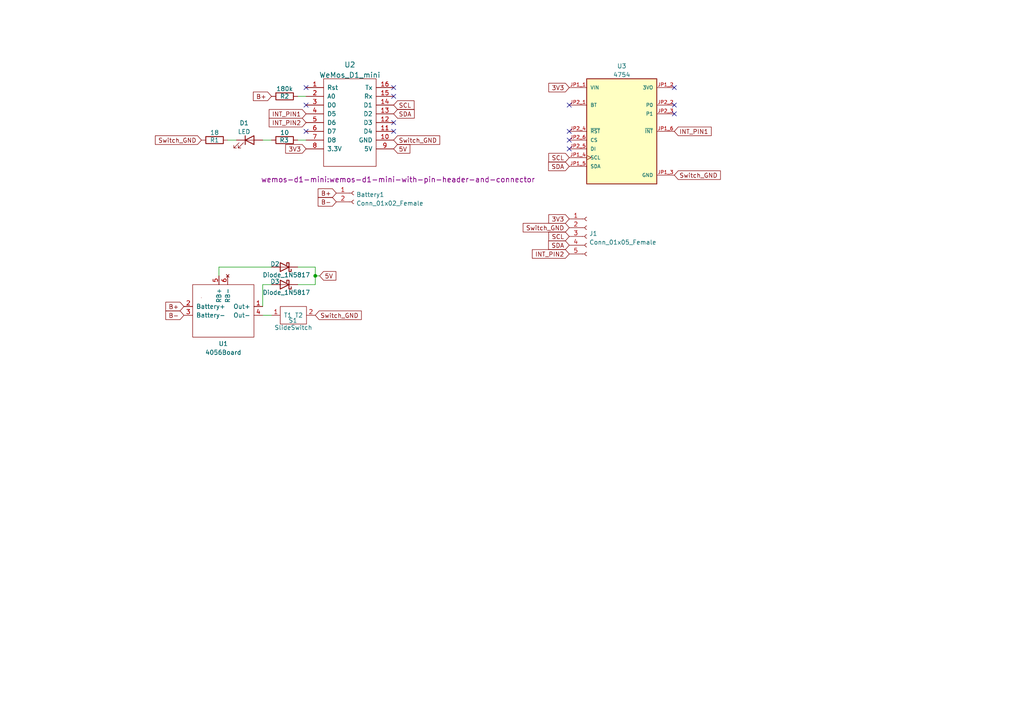
<source format=kicad_sch>
(kicad_sch (version 20211123) (generator eeschema)
  (paper "A4")
  (title_block (title "IMU-pcb") (date "2023-02-08") (rev "v1.0") (company "NASA x RIT") (comment 2 "email: ach2414@rit.edu") (comment 3 "author: Angela Hudak"))
  (lib_symbols
    (symbol "BNO085:4754" (pin_names (offset 1.016))
      (property "Reference" "U" (at -10.16 16.002 0))
      (property "Value" "4754" (at -10.16 -17.78 0))
      (symbol "4754_0_0"
        (rectangle (start -10.16 -15.24) (end 10.16 15.24) (stroke (width 0.254)) (fill (type background)))
        (pin input line (at -15.24 12.7 0) (length 5.08) (name "VIN") (number "JP1_1"))
        (pin output line (at 15.24 12.7 180) (length 5.08) (name "3VO") (number "JP1_2"))
        (pin power_in line (at 15.24 -12.7 180) (length 5.08) (name "GND") (number "JP1_3"))
        (pin bidirectional clock (at -15.24 -7.62 0) (length 5.08) (name "SCL") (number "JP1_4"))
        (pin bidirectional line (at -15.24 -10.16 0) (length 5.08) (name "SDA") (number "JP1_5"))
        (pin output line (at 15.24 0 180) (length 5.08) (name "~{INT}") (number "JP1_6"))
        (pin input line (at -15.24 7.62 0) (length 5.08) (name "BT") (number "JP2_1"))
        (pin bidirectional line (at 15.24 7.62 180) (length 5.08) (name "P0") (number "JP2_2"))
        (pin bidirectional line (at 15.24 5.08 180) (length 5.08) (name "P1") (number "JP2_3"))
        (pin input line (at -15.24 0 0) (length 5.08) (name "~{RST}") (number "JP2_4"))
        (pin input line (at -15.24 -5.08 0) (length 5.08) (name "DI") (number "JP2_5"))
        (pin input line (at -15.24 -2.54 0) (length 5.08) (name "CS") (number "JP2_6"))
      )
    )
    (symbol "Connector:Conn_01x02_Female" (pin_names (offset 1.016) hide)
      (property "Reference" "J" (at 0 2.54 0))
      (property "Value" "Conn_01x02_Female" (at 0 -5.08 0))
      (symbol "Conn_01x02_Female_1_1"
        (arc (start 0 -2.032) (mid -0.508 -2.54) (end 0 -3.048) (stroke (width 0.1524)))
        (polyline (pts (xy -1.27 -2.54) (xy -0.508 -2.54)) (stroke (width 0.1524)))
        (polyline (pts (xy -1.27 0) (xy -0.508 0)) (stroke (width 0.1524)))
        (arc (start 0 0.508) (mid -0.508 0) (end 0 -0.508) (stroke (width 0.1524)))
        (pin passive line (at -5.08 0 0) (length 3.81) (name "Pin_1") (number "1"))
        (pin passive line (at -5.08 -2.54 0) (length 3.81) (name "Pin_2") (number "2"))
      )
    )
    (symbol "Connector:Conn_01x05_Female" (pin_names (offset 1.016) hide)
      (property "Reference" "J" (at 0 7.62 0))
      (property "Value" "Conn_01x05_Female" (at 0 -7.62 0))
      (symbol "Conn_01x05_Female_1_1"
        (arc (start 0 -4.572) (mid -0.508 -5.08) (end 0 -5.588) (stroke (width 0.1524)))
        (arc (start 0 -2.032) (mid -0.508 -2.54) (end 0 -3.048) (stroke (width 0.1524)))
        (polyline (pts (xy -1.27 -5.08) (xy -0.508 -5.08)) (stroke (width 0.1524)))
        (polyline (pts (xy -1.27 -2.54) (xy -0.508 -2.54)) (stroke (width 0.1524)))
        (polyline (pts (xy -1.27 0) (xy -0.508 0)) (stroke (width 0.1524)))
        (polyline (pts (xy -1.27 2.54) (xy -0.508 2.54)) (stroke (width 0.1524)))
        (polyline (pts (xy -1.27 5.08) (xy -0.508 5.08)) (stroke (width 0.1524)))
        (arc (start 0 0.508) (mid -0.508 0) (end 0 -0.508) (stroke (width 0.1524)))
        (arc (start 0 3.048) (mid -0.508 2.54) (end 0 2.032) (stroke (width 0.1524)))
        (arc (start 0 5.588) (mid -0.508 5.08) (end 0 4.572) (stroke (width 0.1524)))
        (pin passive line (at -5.08 5.08 0) (length 3.81) (name "Pin_1") (number "1"))
        (pin passive line (at -5.08 2.54 0) (length 3.81) (name "Pin_2") (number "2"))
        (pin passive line (at -5.08 0 0) (length 3.81) (name "Pin_3") (number "3"))
        (pin passive line (at -5.08 -2.54 0) (length 3.81) (name "Pin_4") (number "4"))
        (pin passive line (at -5.08 -5.08 0) (length 3.81) (name "Pin_5") (number "5"))
      )
    )
    (symbol "Device:LED" (pin_numbers hide) (pin_names (offset 1.016) hide)
      (property "Reference" "D" (at 0 2.54 0))
      (property "Value" "LED" (at 0 -2.54 0))
      (symbol "LED_0_1"
        (polyline (pts (xy -1.27 -1.27) (xy -1.27 1.27)) (stroke (width 0.254)))
        (polyline (pts (xy -1.27 0) (xy 1.27 0)))
        (polyline (pts (xy 1.27 -1.27) (xy 1.27 1.27) (xy -1.27 0) (xy 1.27 -1.27)) (stroke (width 0.254)))
        (polyline (pts (xy -3.048 -0.762) (xy -4.572 -2.286) (xy -3.81 -2.286) (xy -4.572 -2.286) (xy -4.572 -1.524)))
        (polyline (pts (xy -1.778 -0.762) (xy -3.302 -2.286) (xy -2.54 -2.286) (xy -3.302 -2.286) (xy -3.302 -1.524)))
      )
      (symbol "LED_1_1"
        (pin passive line (at -3.81 0 0) (length 2.54) (name "K") (number "1"))
        (pin passive line (at 3.81 0 180) (length 2.54) (name "A") (number "2"))
      )
    )
    (symbol "Device:R" (pin_numbers hide) (pin_names (offset 0))
      (property "Reference" "R" (at 2.032 0 90))
      (property "Value" "R" (at 0 0 90))
      (symbol "R_0_1"
        (rectangle (start -1.016 -2.54) (end 1.016 2.54) (stroke (width 0.254)))
      )
      (symbol "R_1_1"
        (pin passive line (at 0 3.81 270) (length 1.27) (name "~") (number "1"))
        (pin passive line (at 0 -3.81 90) (length 1.27) (name "~") (number "2"))
      )
    )
    (symbol "SlimeVRLibrary:4056Board" (pin_names (offset 1.016))
      (property "Reference" "U" (at -7.62 8.89 0))
      (property "Value" "4056Board" (at 3.81 -8.89 0))
      (symbol "4056Board_0_1"
        (rectangle (start -6.35 3.81) (end -6.35 3.81))
        (polyline (pts (xy -8.89 7.62) (xy 8.89 7.62) (xy 8.89 -7.62) (xy -8.89 -7.62) (xy -8.89 7.62)))
      )
      (symbol "4056Board_1_1"
        (pin output line (at 11.43 1.27 180) (length 2.54) (name "Out+") (number "1"))
        (pin input line (at -11.43 1.27 0) (length 2.54) (name "Battery+") (number "2"))
        (pin input line (at -11.43 -1.27 0) (length 2.54) (name "Battery-") (number "3"))
        (pin output line (at 11.43 -1.27 180) (length 2.54) (name "Out-") (number "4"))
        (pin output line (at -1.27 10.16 270) (length 2.54) (name "RB+") (number "5"))
        (pin no_connect line (at 1.27 10.16 270) (length 2.54) (name "RB-") (number "6"))
      )
    )
    (symbol "SlimeVRLibrary:SlideSwitch" (pin_names (offset 1.016))
      (property "Reference" "S" (at 0 3.81 0))
      (property "Value" "SlideSwitch" (at 0 -3.81 0))
      (symbol "SlideSwitch_0_1"
        (rectangle (start -3.81 2.54) (end 3.81 -2.54))
      )
      (symbol "SlideSwitch_1_1"
        (pin input line (at 6.35 0 180) (length 2.54) (name "T1") (number "1"))
        (pin output line (at -6.35 0 0) (length 2.54) (name "T2") (number "2"))
      )
    )
    (symbol "SlimeVRMotherBoard-cache:Diode_1N5817" (pin_numbers hide) (pin_names (offset 1.016) hide)
      (property "Reference" "D" (at 0 2.54 0))
      (property "Value" "Diode_1N5817" (at 0 -2.54 0))
      (symbol "Diode_1N5817_0_1"
        (polyline (pts (xy 1.27 0) (xy -1.27 0)))
        (polyline (pts (xy 1.27 1.27) (xy 1.27 -1.27) (xy -1.27 0) (xy 1.27 1.27)) (stroke (width 0.254)))
        (polyline (pts (xy -1.905 0.635) (xy -1.905 1.27) (xy -1.27 1.27) (xy -1.27 -1.27) (xy -0.635 -1.27) (xy -0.635 -0.635)) (stroke (width 0.254)))
      )
      (symbol "Diode_1N5817_1_1"
        (pin passive line (at -3.81 0 0) (length 2.54) (name "K") (number "1"))
        (pin passive line (at 3.81 0 180) (length 2.54) (name "A") (number "2"))
      )
    )
    (symbol "wemos_mini:WeMos_D1_mini" (pin_names (offset 1.016))
      (property "Reference" "U" (at 0 12.7 0))
      (property "Value" "WeMos_D1_mini" (at 0 -12.7 0))
      (property "Datasheet" "http://www.wemos.cc/Products/d1_mini.html" (at 13.97 -17.78 0))
      (symbol "WeMos_D1_mini_0_1"
        (rectangle (start -7.62 11.43) (end 7.62 -13.97))
      )
      (symbol "WeMos_D1_mini_1_1"
        (pin bidirectional line (at -12.7 8.89 0) (length 5.08) (name "Rst") (number "1"))
        (pin power_in line (at 12.7 -6.35 180) (length 5.08) (name "GND") (number "10"))
        (pin bidirectional line (at 12.7 -3.81 180) (length 5.08) (name "D4") (number "11"))
        (pin bidirectional line (at 12.7 -1.27 180) (length 5.08) (name "D3") (number "12"))
        (pin bidirectional line (at 12.7 1.27 180) (length 5.08) (name "D2") (number "13"))
        (pin bidirectional line (at 12.7 3.81 180) (length 5.08) (name "D1") (number "14"))
        (pin bidirectional line (at 12.7 6.35 180) (length 5.08) (name "Rx") (number "15"))
        (pin bidirectional line (at 12.7 8.89 180) (length 5.08) (name "Tx") (number "16"))
        (pin bidirectional line (at -12.7 6.35 0) (length 5.08) (name "A0") (number "2"))
        (pin bidirectional line (at -12.7 3.81 0) (length 5.08) (name "D0") (number "3"))
        (pin bidirectional line (at -12.7 1.27 0) (length 5.08) (name "D5") (number "4"))
        (pin bidirectional line (at -12.7 -1.27 0) (length 5.08) (name "D6") (number "5"))
        (pin bidirectional line (at -12.7 -3.81 0) (length 5.08) (name "D7") (number "6"))
        (pin bidirectional line (at -12.7 -6.35 0) (length 5.08) (name "D8") (number "7"))
        (pin power_out line (at -12.7 -8.89 0) (length 5.08) (name "3.3V") (number "8"))
        (pin power_in line (at 12.7 -8.89 180) (length 5.08) (name "5V") (number "9"))
      )
    )
  )
  (junction (at 91.44 80.01))
  (no_connect (at 165.1 43.18))
  (no_connect (at 88.773 38.1))
  (no_connect (at 195.58 33.02))
  (no_connect (at 165.1 40.64))
  (no_connect (at 88.773 30.48))
  (no_connect (at 88.773 25.4))
  (no_connect (at 195.58 25.4))
  (no_connect (at 114.173 38.1))
  (no_connect (at 165.1 30.48))
  (no_connect (at 195.58 30.48))
  (no_connect (at 165.1 38.1))
  (no_connect (at 114.173 27.94))
  (no_connect (at 114.173 25.4))
  (no_connect (at 114.173 35.56))
  (wire (pts (xy 91.44 77.47) (xy 91.44 80.01)))
  (wire (pts (xy 63.5 77.47) (xy 78.74 77.47)))
  (wire (pts (xy 76.2 91.44) (xy 78.74 91.44)))
  (wire (pts (xy 76.2 40.64) (xy 78.74 40.64)))
  (wire (pts (xy 76.2 88.9) (xy 76.2 82.55)))
  (wire (pts (xy 91.44 80.01) (xy 92.71 80.01)))
  (wire (pts (xy 86.36 40.64) (xy 88.773 40.64)))
  (wire (pts (xy 66.04 40.64) (xy 68.58 40.64)))
  (wire (pts (xy 86.36 27.94) (xy 88.773 27.94)))
  (wire (pts (xy 91.44 80.01) (xy 91.44 82.55)))
  (wire (pts (xy 63.5 80.01) (xy 63.5 77.47)))
  (wire (pts (xy 86.36 77.47) (xy 91.44 77.47)))
  (wire (pts (xy 76.2 82.55) (xy 78.74 82.55)))
  (wire (pts (xy 86.36 82.55) (xy 91.44 82.55)))
  (global_label "SDA" (shape input) (at 114.173 33.02 0) (property "Intersheet References" "${INTERSHEET_REFS}" (effects hide)))
  (global_label "Switch_GND" (shape input) (at 165.1 66.04 180) (property "Intersheet References" "${INTERSHEET_REFS}" (effects hide)))
  (global_label "INT_PIN1" (shape input) (at 88.773 33.02 180) (property "Intersheet References" "${INTERSHEET_REFS}" (effects hide)))
  (global_label "B+" (shape input) (at 97.536 56.007 180) (property "Intersheet References" "${INTERSHEET_REFS}" (effects hide)))
  (global_label "3V3" (shape input) (at 88.773 43.18 180) (property "Intersheet References" "${INTERSHEET_REFS}" (effects hide)))
  (global_label "INT_PIN1" (shape input) (at 195.58 38.1 0) (property "Intersheet References" "${INTERSHEET_REFS}" (effects hide)))
  (global_label "SCL" (shape input) (at 114.173 30.48 0) (property "Intersheet References" "${INTERSHEET_REFS}" (effects hide)))
  (global_label "Switch_GND" (shape input) (at 58.42 40.64 180) (property "Intersheet References" "${INTERSHEET_REFS}" (effects hide)))
  (global_label "SDA" (shape input) (at 165.1 71.12 180) (property "Intersheet References" "${INTERSHEET_REFS}" (effects hide)))
  (global_label "3V3" (shape input) (at 165.1 63.5 180) (property "Intersheet References" "${INTERSHEET_REFS}" (effects hide)))
  (global_label "SDA" (shape input) (at 165.1 48.26 180) (property "Intersheet References" "${INTERSHEET_REFS}" (effects hide)))
  (global_label "INT_PIN2" (shape input) (at 88.773 35.56 180) (property "Intersheet References" "${INTERSHEET_REFS}" (effects hide)))
  (global_label "Switch_GND" (shape input) (at 195.58 50.8 0) (property "Intersheet References" "${INTERSHEET_REFS}" (effects hide)))
  (global_label "SCL" (shape input) (at 165.1 68.58 180) (property "Intersheet References" "${INTERSHEET_REFS}" (effects hide)))
  (global_label "5V" (shape input) (at 114.173 43.18 0) (property "Intersheet References" "${INTERSHEET_REFS}" (effects hide)))
  (global_label "5V" (shape input) (at 92.71 80.01 0) (property "Intersheet References" "${INTERSHEET_REFS}" (effects hide)))
  (global_label "3V3" (shape input) (at 165.1 25.4 180) (property "Intersheet References" "${INTERSHEET_REFS}" (effects hide)))
  (global_label "Switch_GND" (shape input) (at 91.44 91.44 0) (property "Intersheet References" "${INTERSHEET_REFS}" (effects hide)))
  (global_label "Switch_GND" (shape input) (at 114.173 40.64 0) (property "Intersheet References" "${INTERSHEET_REFS}" (effects hide)))
  (global_label "INT_PIN2" (shape input) (at 165.1 73.66 180) (property "Intersheet References" "${INTERSHEET_REFS}" (effects hide)))
  (global_label "SCL" (shape input) (at 165.1 45.72 180) (property "Intersheet References" "${INTERSHEET_REFS}" (effects hide)))
  (global_label "B+" (shape input) (at 78.74 27.94 180) (property "Intersheet References" "${INTERSHEET_REFS}" (effects hide)))
  (global_label "B+" (shape input) (at 53.34 88.9 180) (property "Intersheet References" "${INTERSHEET_REFS}" (effects hide)))
  (global_label "B-" (shape input) (at 53.34 91.44 180) (property "Intersheet References" "${INTERSHEET_REFS}" (effects hide)))
  (global_label "B-" (shape input) (at 97.536 58.547 180) (property "Intersheet References" "${INTERSHEET_REFS}" (effects hide)))
  (symbol (lib_id "Connector:Conn_01x02_Female") (at 102.616 56.007 0) (unit 1)
    (property "Reference" "Battery1" (at 103.3272 56.4423 0) (effects (justify left)))
    (property "Value" "Conn_01x02_Female" (at 103.3272 58.9792 0) (effects (justify left)))
    (property "Footprint" "Connectors_JST:JST_PH_S2B-PH-K_02x2.00mm_Angled" (effects hide))
  )
  (symbol (lib_id "SlimeVRLibrary:4056Board") (at 64.77 90.17 0) (unit 1)
    (property "Reference" "U1" (at 64.77 99.6934 0))
    (property "Value" "4056Board" (at 64.77 102.2303 0))
    (property "Footprint" "SlimeVRMotherBoard:4056Board" (effects hide))
  )
  (symbol (lib_id "wemos_mini:WeMos_D1_mini") (at 101.473 34.29 0) (unit 1)
    (property "Reference" "U2" (at 101.473 18.7759 0) (effects (font (size 1.524 1.524))))
    (property "Value" "WeMos_D1_mini" (at 101.473 21.7693 0) (effects (font (size 1.524 1.524))))
    (property "Footprint" "wemos-d1-mini:wemos-d1-mini-with-pin-header-and-connector" (at 115.443 52.07 0) (effects (font (size 1.524 1.524))))
  )
  (symbol (lib_id "Device:R") (at 62.23 40.64 90) (unit 1)
    (property "Reference" "R1" (at 62.23 40.64 90))
    (property "Value" "18" (at 62.23 38.4611 90))
    (property "Footprint" "SlimeVRMotherBoard:18Ω" (effects hide))
  )
  (symbol (lib_id "Connector:Conn_01x05_Female") (at 170.18 68.58 0) (unit 1)
    (property "Reference" "J1" (at 170.8912 67.7453 0) (effects (justify left)))
    (property "Value" "Conn_01x05_Female" (at 170.8912 70.2822 0) (effects (justify left)))
    (property "Footprint" "Connectors_JST:JST_XH_S05B-XH-A_05x2.50mm_Angled" (effects hide))
  )
  (symbol (lib_id "SlimeVRMotherBoard-cache:Diode_1N5817") (at 82.55 82.55 180) (unit 1)
    (property "Reference" "D3" (at 79.756 81.661 0))
    (property "Value" "Diode_1N5817" (at 83.058 84.836 0))
    (property "Footprint" "Diode_THT:D_DO-41_SOD81_P10.16mm_Horizontal" (effects hide))
  )
  (symbol (lib_id "SlimeVRLibrary:SlideSwitch") (at 85.09 91.44 180) (unit 1)
    (property "Reference" "S1" (at 84.963 92.964 0))
    (property "Value" "SlideSwitch" (at 85.09 95.0159 0))
    (property "Footprint" "SlimeVRMotherBoard:Wowoone_Slide_Switch_5mm" (effects hide))
  )
  (symbol (lib_id "Device:LED") (at 72.39 40.64 0) (unit 1)
    (property "Reference" "D1" (at 70.8025 35.6702 0))
    (property "Value" "LED" (at 70.8025 38.2071 0))
    (property "Footprint" "LED_THT:LED_D5.0mm" (effects hide))
  )
  (symbol (lib_id "Device:R") (at 82.55 27.94 90) (unit 1)
    (property "Reference" "R2" (at 82.55 27.94 90))
    (property "Value" "180k" (at 82.55 25.7611 90))
    (property "Footprint" "SlimeVRMotherBoard:180KΩ" (effects hide))
    (property "Spice_Primitive" "R" (effects hide))
    (property "Spice_Model" "180k" (effects hide))
    (property "Spice_Netlist_Enabled" "Y" (effects hide))
  )
  (symbol (lib_id "Device:R") (at 82.55 40.64 90) (unit 1)
    (property "Reference" "R3" (at 82.423 40.64 90))
    (property "Value" "10" (at 82.55 38.4611 90))
    (property "Footprint" "SlimeVRMotherBoard:10Ω" (effects hide))
  )
  (symbol (lib_id "SlimeVRMotherBoard-cache:Diode_1N5817") (at 82.55 77.47 180) (unit 1)
    (property "Reference" "D2" (at 79.756 76.581 0))
    (property "Value" "Diode_1N5817" (at 83.058 79.756 0))
    (property "Footprint" "Diode_THT:D_DO-41_SOD81_P10.16mm_Horizontal" (effects hide))
  )
  (symbol (lib_id "BNO085:4754") (at 180.34 38.1 0) (unit 1)
    (property "Reference" "U3" (at 180.34 19.1602 0))
    (property "Value" "4754" (at 180.34 21.6971 0))
    (property "Footprint" "BNO085:BNO085" (effects hide))
    (property "SNAPEDA_PN" "4754" (effects hide))
    (property "PARTREV" "2021-03-16" (effects hide))
    (property "MAXIMUM_PACKAGE_HEIGHT" "4.6mm" (effects hide))
    (property "STANDARD" "Manufacturer Recommendations" (effects hide))
    (property "MANUFACTURER" "Adafruit" (effects hide))
  )
)
</source>
